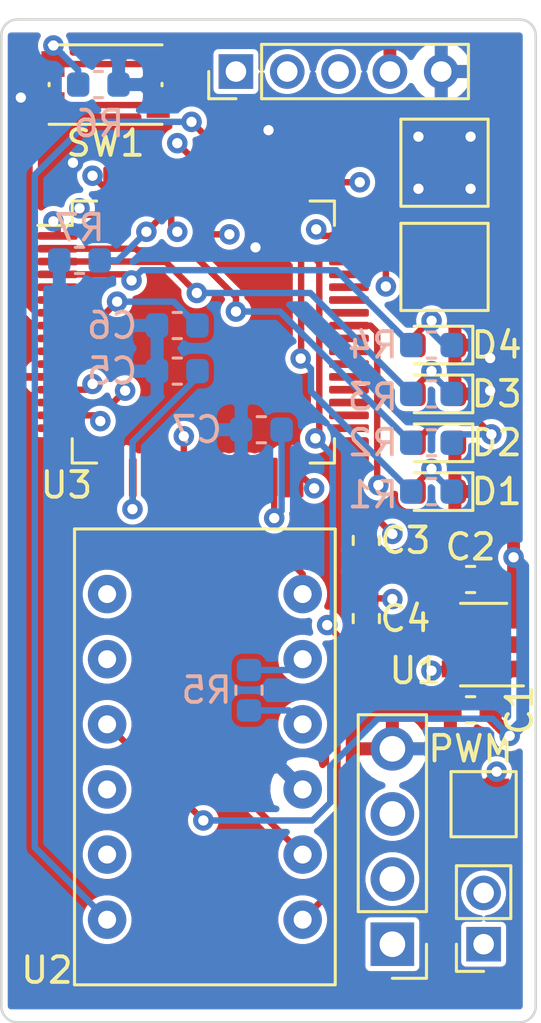
<source format=kicad_pcb>
(kicad_pcb (version 20171130) (host pcbnew "(5.1.6)-1")
  (layers (0 F.Cu signal) (1 In1.Cu power) (2 In2.Cu power) (31 B.Cu signal) (34 B.Paste user) (35 F.Paste user) (36 B.SilkS user) (37 F.SilkS user) (38 B.Mask user) (39 F.Mask user) (44 Edge.Cuts user))
  (net 0 "")
  (net 1 +5V)
  (net 2 GND)
  (net 3 +3V3)
  (net 4 "Net-(D1-Pad2)")
  (net 5 "Net-(D2-Pad2)")
  (net 6 "Net-(D3-Pad2)")
  (net 7 "Net-(D4-Pad2)")
  (net 8 USART1_TX)
  (net 9 USART1_RX)
  (net 10 SWDIO)
  (net 11 SWCLK)
  (net 12 LED_A)
  (net 13 LED_B)
  (net 14 LED_C)
  (net 15 LED_D)
  (net 16 "Net-(R5-Pad2)")
  (net 17 "Net-(R6-Pad2)")
  (net 18 "Net-(R7-Pad2)")
  (net 19 LRESET)
  (net 20 BLANK)
  (net 21 SPI1_CS0)
  (net 22 SPI1_CLK)
  (net 23 RS)
  (net 24 SPI1_MOSI)
  (net 25 "Net-(C2-Pad1)")
  (net 26 "Net-(C6-Pad1)")
  (net 27 "Net-(C7-Pad1)")
  (net 28 OUTZ)
  (net 29 OUTA)
  (net 30 OUTB)
  (net 31 PWM1)
  (module TestPoint:TestPoint_Pad_3.0x3.0mm (layer F.Cu) (at 158.877 107.315)
    (fp_text reference PWM (at -0.508 -2.159) (layer F.SilkS))
    (fp_text value Conn_01x01_Female)
    (fp_line (start -1.27 1.27) (end -1.27 -1.27) (layer F.SilkS) (width 0.12))
    (fp_line (start 1.27 1.27) (end -1.27 1.27) (layer F.SilkS) (width 0.12))
    (fp_line (start 1.27 -1.27) (end 1.27 1.27) (layer F.SilkS) (width 0.12))
    (fp_line (start -1.27 -1.27) (end 1.27 -1.27) (layer F.SilkS) (width 0.12))
    (pad 1 smd rect (at 0 0) (size 2 2) (layers F.Cu F.Mask) (net 31 PWM1))
  )
  (module kyleRhess_packages:HCMS-290x (layer F.Cu) (at 148.015001 105.470001)
    (fp_text reference U2 (at -6.156001 8.321999) (layer F.SilkS))
    (fp_text value HCMS-2903)
    (fp_line (start -5.08 8.89) (end 5.08 8.89) (layer F.SilkS) (width 0.12))
    (fp_line (start 5.08 8.89) (end 5.08 -8.89) (layer F.SilkS) (width 0.12))
    (fp_line (start 5.08 -8.89) (end -5.08 -8.89) (layer F.SilkS) (width 0.12))
    (fp_line (start -5.08 -8.89) (end -5.08 8.89) (layer F.SilkS) (width 0.12))
    (pad 12 thru_hole circle (at 3.81 -6.35) (size 1.5 1.5) (drill 0.7) (layers *.Cu *.Mask) (net 19 LRESET))
    (pad 11 thru_hole circle (at 3.81 -3.81) (size 1.5 1.5) (drill 0.7) (layers *.Cu *.Mask) (net 3 +3V3))
    (pad 10 thru_hole circle (at 3.81 -1.27) (size 1.5 1.5) (drill 0.7) (layers *.Cu *.Mask) (net 16 "Net-(R5-Pad2)"))
    (pad 9 thru_hole circle (at 3.81 1.27) (size 1.5 1.5) (drill 0.7) (layers *.Cu *.Mask) (net 2 GND))
    (pad 8 thru_hole circle (at 3.81 3.81) (size 1.5 1.5) (drill 0.7) (layers *.Cu *.Mask) (net 20 BLANK))
    (pad 7 thru_hole circle (at 3.81 6.35) (size 1.5 1.5) (drill 0.7) (layers *.Cu *.Mask) (net 21 SPI1_CS0))
    (pad 6 thru_hole circle (at -3.81 6.35) (size 1.5 1.5) (drill 0.7) (layers *.Cu *.Mask) (net 22 SPI1_CLK))
    (pad 5 thru_hole circle (at -3.81 3.81) (size 1.5 1.5) (drill 0.7) (layers *.Cu *.Mask) (net 23 RS))
    (pad 4 thru_hole circle (at -3.81 1.27) (size 1.5 1.5) (drill 0.7) (layers *.Cu *.Mask) (net 24 SPI1_MOSI))
    (pad 3 thru_hole circle (at -3.81 -1.27) (size 1.5 1.5) (drill 0.7) (layers *.Cu *.Mask) (net 1 +5V))
    (pad 2 thru_hole circle (at -3.81 -3.81) (size 1.5 1.5) (drill 0.7) (layers *.Cu *.Mask))
    (pad 1 thru_hole circle (at -3.81 -6.35) (size 1.5 1.5) (drill 0.7) (layers *.Cu *.Mask))
  )
  (module kyleRhess_logos:logo_blackmesa (layer B.Cu) (at 146.812 100.203 180)
    (fp_text reference G*** hide)
    (fp_text value LOGO hide)
  )
  (module TestPoint:TestPoint_Pad_3.0x3.0mm (layer F.Cu) (at 157.353 86.36)
    (fp_text reference J6 hide)
    (fp_text value Conn_01x01_Female)
    (fp_line (start -1.7 -1.7) (end 1.7 -1.7) (layer F.SilkS) (width 0.12))
    (fp_line (start 1.7 -1.7) (end 1.7 1.7) (layer F.SilkS) (width 0.12))
    (fp_line (start 1.7 1.7) (end -1.7 1.7) (layer F.SilkS) (width 0.12))
    (fp_line (start -1.7 1.7) (end -1.7 -1.7) (layer F.SilkS) (width 0.12))
    (pad 1 smd rect (at 0 0) (size 3 3) (layers F.Cu F.Mask) (net 1 +5V))
  )
  (module Connector_PinSocket_2.00mm:PinSocket_1x02_P2.00mm_Vertical (layer F.Cu) (at 158.877 112.776 180)
    (fp_text reference J1 hide)
    (fp_text value Conn_01x02_Female)
    (fp_line (start -1.06 1) (end 1.06 1) (layer F.SilkS) (width 0.12))
    (fp_line (start -1.06 1) (end -1.06 3.06) (layer F.SilkS) (width 0.12))
    (fp_line (start -1.06 3.06) (end 1.06 3.06) (layer F.SilkS) (width 0.12))
    (fp_line (start 1.06 1) (end 1.06 3.06) (layer F.SilkS) (width 0.12))
    (fp_line (start 1.06 -1.06) (end 1.06 0) (layer F.SilkS) (width 0.12))
    (fp_line (start 0 -1.06) (end 1.06 -1.06) (layer F.SilkS) (width 0.12))
    (pad 1 thru_hole rect (at 0 0 180) (size 1.35 1.35) (drill 0.8) (layers *.Cu *.Mask) (net 8 USART1_TX))
    (pad 2 thru_hole oval (at 0 2 180) (size 1.35 1.35) (drill 0.8) (layers *.Cu *.Mask) (net 9 USART1_RX))
  )
  (module Connector_PinHeader_2.54mm:PinHeader_1x04_P2.54mm_Vertical (layer F.Cu) (at 155.321 112.776 180)
    (fp_text reference J2 hide)
    (fp_text value Conn_01x04_Male)
    (fp_line (start -1.33 8.95) (end 1.33 8.95) (layer F.SilkS) (width 0.12))
    (fp_line (start -1.33 1.27) (end -1.33 8.95) (layer F.SilkS) (width 0.12))
    (fp_line (start 1.33 1.27) (end 1.33 8.95) (layer F.SilkS) (width 0.12))
    (fp_line (start -1.33 1.27) (end 1.33 1.27) (layer F.SilkS) (width 0.12))
    (fp_line (start -1.33 0) (end -1.33 -1.33) (layer F.SilkS) (width 0.12))
    (fp_line (start -1.33 -1.33) (end 0 -1.33) (layer F.SilkS) (width 0.12))
    (pad 1 thru_hole rect (at 0 0 180) (size 1.7 1.7) (drill 1) (layers *.Cu *.Mask) (net 10 SWDIO))
    (pad 2 thru_hole oval (at 0 2.54 180) (size 1.7 1.7) (drill 1) (layers *.Cu *.Mask) (net 11 SWCLK))
    (pad 3 thru_hole oval (at 0 5.08 180) (size 1.7 1.7) (drill 1) (layers *.Cu *.Mask) (net 3 +3V3))
    (pad 4 thru_hole oval (at 0 7.62 180) (size 1.7 1.7) (drill 1) (layers *.Cu *.Mask) (net 2 GND))
  )
  (module Connector_PinHeader_2.00mm:PinHeader_1x05_P2.00mm_Vertical (layer F.Cu) (at 149.225 78.74 90)
    (fp_text reference J3 hide)
    (fp_text value Conn_01x05_Male)
    (fp_line (start -1.06 9.06) (end 1.06 9.06) (layer F.SilkS) (width 0.12))
    (fp_line (start -1.06 1) (end -1.06 9.06) (layer F.SilkS) (width 0.12))
    (fp_line (start 1.06 1) (end 1.06 9.06) (layer F.SilkS) (width 0.12))
    (fp_line (start -1.06 1) (end 1.06 1) (layer F.SilkS) (width 0.12))
    (fp_line (start -1.06 0) (end -1.06 -1.06) (layer F.SilkS) (width 0.12))
    (fp_line (start -1.06 -1.06) (end 0 -1.06) (layer F.SilkS) (width 0.12))
    (pad 1 thru_hole rect (at 0 0 90) (size 1.35 1.35) (drill 0.8) (layers *.Cu *.Mask) (net 29 OUTA))
    (pad 2 thru_hole oval (at 0 2 90) (size 1.35 1.35) (drill 0.8) (layers *.Cu *.Mask) (net 30 OUTB))
    (pad 3 thru_hole oval (at 0 4 90) (size 1.35 1.35) (drill 0.8) (layers *.Cu *.Mask) (net 28 OUTZ))
    (pad 4 thru_hole oval (at 0 6 90) (size 1.35 1.35) (drill 0.8) (layers *.Cu *.Mask) (net 1 +5V))
    (pad 5 thru_hole oval (at 0 8 90) (size 1.35 1.35) (drill 0.8) (layers *.Cu *.Mask) (net 2 GND))
  )
  (module Capacitor_SMD:C_0603_1608Metric (layer F.Cu) (at 158.369 103.632 180)
    (fp_text reference C1 (at -1.905 0 90) (layer F.SilkS))
    (fp_text value 1uF)
    (fp_line (start -0.162779 -0.51) (end 0.162779 -0.51) (layer F.SilkS) (width 0.12))
    (fp_line (start -0.162779 0.51) (end 0.162779 0.51) (layer F.SilkS) (width 0.12))
    (pad 1 smd roundrect (at -0.7875 0 180) (size 0.875 0.95) (layers F.Cu F.Paste F.Mask) (net 1 +5V))
    (pad 2 smd roundrect (at 0.7875 0 180) (size 0.875 0.95) (layers F.Cu F.Paste F.Mask) (net 2 GND))
  )
  (module Capacitor_SMD:C_0603_1608Metric (layer F.Cu) (at 158.369 98.552)
    (fp_text reference C2 (at 0 -1.27) (layer F.SilkS))
    (fp_text value 10nF)
    (fp_line (start -0.162779 0.51) (end 0.162779 0.51) (layer F.SilkS) (width 0.12))
    (fp_line (start -0.162779 -0.51) (end 0.162779 -0.51) (layer F.SilkS) (width 0.12))
    (pad 2 smd roundrect (at 0.7875 0) (size 0.875 0.95) (layers F.Cu F.Paste F.Mask) (net 2 GND))
    (pad 1 smd roundrect (at -0.7875 0) (size 0.875 0.95) (layers F.Cu F.Paste F.Mask) (net 25 "Net-(C2-Pad1)"))
  )
  (module Capacitor_SMD:C_0603_1608Metric (layer F.Cu) (at 154.305 97.028 270)
    (fp_text reference C3 (at 0 -1.524 180) (layer F.SilkS))
    (fp_text value 2.2uF)
    (fp_line (start -0.162779 0.51) (end 0.162779 0.51) (layer F.SilkS) (width 0.12))
    (fp_line (start -0.162779 -0.51) (end 0.162779 -0.51) (layer F.SilkS) (width 0.12))
    (pad 2 smd roundrect (at 0.7875 0 270) (size 0.875 0.95) (layers F.Cu F.Paste F.Mask) (net 2 GND))
    (pad 1 smd roundrect (at -0.7875 0 270) (size 0.875 0.95) (layers F.Cu F.Paste F.Mask) (net 3 +3V3))
  )
  (module Capacitor_SMD:C_0603_1608Metric (layer F.Cu) (at 154.305 100.076 270)
    (fp_text reference C4 (at 0 -1.524 180) (layer F.SilkS))
    (fp_text value 0.1uF)
    (fp_line (start -0.162779 0.51) (end 0.162779 0.51) (layer F.SilkS) (width 0.12))
    (fp_line (start -0.162779 -0.51) (end 0.162779 -0.51) (layer F.SilkS) (width 0.12))
    (pad 2 smd roundrect (at 0.7875 0 270) (size 0.875 0.95) (layers F.Cu F.Paste F.Mask) (net 2 GND))
    (pad 1 smd roundrect (at -0.7875 0 270) (size 0.875 0.95) (layers F.Cu F.Paste F.Mask) (net 3 +3V3))
  )
  (module Capacitor_SMD:C_0603_1608Metric (layer B.Cu) (at 146.939 90.424 180)
    (fp_text reference C5 (at 2.54 0 180) (layer B.SilkS) (effects (justify mirror)))
    (fp_text value 10nF)
    (fp_line (start -0.162779 -0.51) (end 0.162779 -0.51) (layer B.SilkS) (width 0.12))
    (fp_line (start -0.162779 0.51) (end 0.162779 0.51) (layer B.SilkS) (width 0.12))
    (pad 2 smd roundrect (at 0.7875 0 180) (size 0.875 0.95) (layers B.Cu B.Paste B.Mask) (net 2 GND))
    (pad 1 smd roundrect (at -0.7875 0 180) (size 0.875 0.95) (layers B.Cu B.Paste B.Mask) (net 3 +3V3))
  )
  (module Capacitor_SMD:C_0603_1608Metric (layer B.Cu) (at 146.939 88.646 180)
    (fp_text reference C6 (at 2.54 0) (layer B.SilkS) (effects (justify mirror)))
    (fp_text value 0.1uF)
    (fp_line (start -0.162779 0.51) (end 0.162779 0.51) (layer B.SilkS) (width 0.12))
    (fp_line (start -0.162779 -0.51) (end 0.162779 -0.51) (layer B.SilkS) (width 0.12))
    (pad 1 smd roundrect (at -0.7875 0 180) (size 0.875 0.95) (layers B.Cu B.Paste B.Mask) (net 26 "Net-(C6-Pad1)"))
    (pad 2 smd roundrect (at 0.7875 0 180) (size 0.875 0.95) (layers B.Cu B.Paste B.Mask) (net 2 GND))
  )
  (module Capacitor_SMD:C_0603_1608Metric (layer B.Cu) (at 150.2155 92.71 180)
    (fp_text reference C7 (at 2.5145 0) (layer B.SilkS) (effects (justify mirror)))
    (fp_text value 2.2uF)
    (fp_line (start -0.162779 0.51) (end 0.162779 0.51) (layer B.SilkS) (width 0.12))
    (fp_line (start -0.162779 -0.51) (end 0.162779 -0.51) (layer B.SilkS) (width 0.12))
    (pad 1 smd roundrect (at -0.7875 0 180) (size 0.875 0.95) (layers B.Cu B.Paste B.Mask) (net 27 "Net-(C7-Pad1)"))
    (pad 2 smd roundrect (at 0.7875 0 180) (size 0.875 0.95) (layers B.Cu B.Paste B.Mask) (net 2 GND))
  )
  (module LED_SMD:LED_0603_1608Metric (layer F.Cu) (at 156.972 95.123 180)
    (fp_text reference D1 (at -2.413 0) (layer F.SilkS))
    (fp_text value LED)
    (fp_line (start 0.8 -0.735) (end -1.485 -0.735) (layer F.SilkS) (width 0.12))
    (fp_line (start -1.485 -0.735) (end -1.485 0.735) (layer F.SilkS) (width 0.12))
    (fp_line (start -1.485 0.735) (end 0.8 0.735) (layer F.SilkS) (width 0.12))
    (pad 1 smd roundrect (at -0.7875 0 180) (size 0.875 0.95) (layers F.Cu F.Paste F.Mask) (net 2 GND))
    (pad 2 smd roundrect (at 0.7875 0 180) (size 0.875 0.95) (layers F.Cu F.Paste F.Mask) (net 4 "Net-(D1-Pad2)"))
  )
  (module LED_SMD:LED_0603_1608Metric (layer F.Cu) (at 156.972 93.218 180)
    (fp_text reference D2 (at -2.413 0) (layer F.SilkS))
    (fp_text value LED)
    (fp_line (start -1.485 0.735) (end 0.8 0.735) (layer F.SilkS) (width 0.12))
    (fp_line (start -1.485 -0.735) (end -1.485 0.735) (layer F.SilkS) (width 0.12))
    (fp_line (start 0.8 -0.735) (end -1.485 -0.735) (layer F.SilkS) (width 0.12))
    (pad 2 smd roundrect (at 0.7875 0 180) (size 0.875 0.95) (layers F.Cu F.Paste F.Mask) (net 5 "Net-(D2-Pad2)"))
    (pad 1 smd roundrect (at -0.7875 0 180) (size 0.875 0.95) (layers F.Cu F.Paste F.Mask) (net 2 GND))
  )
  (module LED_SMD:LED_0603_1608Metric (layer F.Cu) (at 156.972 91.313 180)
    (fp_text reference D3 (at -2.413 0) (layer F.SilkS))
    (fp_text value LED)
    (fp_line (start 0.8 -0.735) (end -1.485 -0.735) (layer F.SilkS) (width 0.12))
    (fp_line (start -1.485 -0.735) (end -1.485 0.735) (layer F.SilkS) (width 0.12))
    (fp_line (start -1.485 0.735) (end 0.8 0.735) (layer F.SilkS) (width 0.12))
    (pad 1 smd roundrect (at -0.7875 0 180) (size 0.875 0.95) (layers F.Cu F.Paste F.Mask) (net 2 GND))
    (pad 2 smd roundrect (at 0.7875 0 180) (size 0.875 0.95) (layers F.Cu F.Paste F.Mask) (net 6 "Net-(D3-Pad2)"))
  )
  (module LED_SMD:LED_0603_1608Metric (layer F.Cu) (at 156.972 89.408 180)
    (fp_text reference D4 (at -2.413 0) (layer F.SilkS))
    (fp_text value LED)
    (fp_line (start -1.485 0.735) (end 0.8 0.735) (layer F.SilkS) (width 0.12))
    (fp_line (start -1.485 -0.735) (end -1.485 0.735) (layer F.SilkS) (width 0.12))
    (fp_line (start 0.8 -0.735) (end -1.485 -0.735) (layer F.SilkS) (width 0.12))
    (pad 2 smd roundrect (at 0.7875 0 180) (size 0.875 0.95) (layers F.Cu F.Paste F.Mask) (net 7 "Net-(D4-Pad2)"))
    (pad 1 smd roundrect (at -0.7875 0 180) (size 0.875 0.95) (layers F.Cu F.Paste F.Mask) (net 2 GND))
  )
  (module TestPoint:TestPoint_Pad_3.0x3.0mm (layer F.Cu) (at 157.353 82.296)
    (fp_text reference J5 hide)
    (fp_text value Conn_01x01_Female)
    (fp_line (start -1.7 -1.7) (end 1.7 -1.7) (layer F.SilkS) (width 0.12))
    (fp_line (start 1.7 -1.7) (end 1.7 1.7) (layer F.SilkS) (width 0.12))
    (fp_line (start 1.7 1.7) (end -1.7 1.7) (layer F.SilkS) (width 0.12))
    (fp_line (start -1.7 1.7) (end -1.7 -1.7) (layer F.SilkS) (width 0.12))
    (pad 1 smd rect (at 0 0) (size 3 3) (layers F.Cu F.Mask) (net 2 GND))
  )
  (module Resistor_SMD:R_0603_1608Metric (layer B.Cu) (at 156.845 95.123)
    (fp_text reference R1 (at -2.286 0.127) (layer B.SilkS) (effects (justify mirror)))
    (fp_text value 470)
    (fp_line (start -0.162779 0.51) (end 0.162779 0.51) (layer B.SilkS) (width 0.12))
    (fp_line (start -0.162779 -0.51) (end 0.162779 -0.51) (layer B.SilkS) (width 0.12))
    (pad 1 smd roundrect (at -0.7875 0) (size 0.875 0.95) (layers B.Cu B.Paste B.Mask) (net 12 LED_A))
    (pad 2 smd roundrect (at 0.7875 0) (size 0.875 0.95) (layers B.Cu B.Paste B.Mask) (net 4 "Net-(D1-Pad2)"))
  )
  (module Resistor_SMD:R_0603_1608Metric (layer B.Cu) (at 156.845 93.218)
    (fp_text reference R2 (at -2.286 0) (layer B.SilkS) (effects (justify mirror)))
    (fp_text value 470)
    (fp_line (start -0.162779 -0.51) (end 0.162779 -0.51) (layer B.SilkS) (width 0.12))
    (fp_line (start -0.162779 0.51) (end 0.162779 0.51) (layer B.SilkS) (width 0.12))
    (pad 2 smd roundrect (at 0.7875 0) (size 0.875 0.95) (layers B.Cu B.Paste B.Mask) (net 5 "Net-(D2-Pad2)"))
    (pad 1 smd roundrect (at -0.7875 0) (size 0.875 0.95) (layers B.Cu B.Paste B.Mask) (net 13 LED_B))
  )
  (module Resistor_SMD:R_0603_1608Metric (layer B.Cu) (at 156.845 91.313)
    (fp_text reference R3 (at -2.286 0.127) (layer B.SilkS) (effects (justify mirror)))
    (fp_text value 470)
    (fp_line (start -0.162779 0.51) (end 0.162779 0.51) (layer B.SilkS) (width 0.12))
    (fp_line (start -0.162779 -0.51) (end 0.162779 -0.51) (layer B.SilkS) (width 0.12))
    (pad 1 smd roundrect (at -0.7875 0) (size 0.875 0.95) (layers B.Cu B.Paste B.Mask) (net 14 LED_C))
    (pad 2 smd roundrect (at 0.7875 0) (size 0.875 0.95) (layers B.Cu B.Paste B.Mask) (net 6 "Net-(D3-Pad2)"))
  )
  (module Resistor_SMD:R_0603_1608Metric (layer B.Cu) (at 156.845 89.408)
    (fp_text reference R4 (at -2.286 0) (layer B.SilkS) (effects (justify mirror)))
    (fp_text value 470)
    (fp_line (start -0.162779 -0.51) (end 0.162779 -0.51) (layer B.SilkS) (width 0.12))
    (fp_line (start -0.162779 0.51) (end 0.162779 0.51) (layer B.SilkS) (width 0.12))
    (pad 2 smd roundrect (at 0.7875 0) (size 0.875 0.95) (layers B.Cu B.Paste B.Mask) (net 7 "Net-(D4-Pad2)"))
    (pad 1 smd roundrect (at -0.7875 0) (size 0.875 0.95) (layers B.Cu B.Paste B.Mask) (net 15 LED_D))
  )
  (module Resistor_SMD:R_0603_1608Metric (layer B.Cu) (at 149.733 102.87 270)
    (fp_text reference R5 (at 0 1.651) (layer B.SilkS) (effects (justify mirror)))
    (fp_text value 10k)
    (fp_line (start -0.162779 0.51) (end 0.162779 0.51) (layer B.SilkS) (width 0.12))
    (fp_line (start -0.162779 -0.51) (end 0.162779 -0.51) (layer B.SilkS) (width 0.12))
    (pad 1 smd roundrect (at -0.7875 0 270) (size 0.875 0.95) (layers B.Cu B.Paste B.Mask) (net 3 +3V3))
    (pad 2 smd roundrect (at 0.7875 0 270) (size 0.875 0.95) (layers B.Cu B.Paste B.Mask) (net 16 "Net-(R5-Pad2)"))
  )
  (module Resistor_SMD:R_0603_1608Metric (layer B.Cu) (at 143.8655 79.248 180)
    (fp_text reference R6 (at -0.0255 -1.524) (layer B.SilkS) (effects (justify mirror)))
    (fp_text value 470)
    (fp_line (start -0.162779 -0.51) (end 0.162779 -0.51) (layer B.SilkS) (width 0.12))
    (fp_line (start -0.162779 0.51) (end 0.162779 0.51) (layer B.SilkS) (width 0.12))
    (pad 2 smd roundrect (at 0.7875 0 180) (size 0.875 0.95) (layers B.Cu B.Paste B.Mask) (net 17 "Net-(R6-Pad2)"))
    (pad 1 smd roundrect (at -0.7875 0 180) (size 0.875 0.95) (layers B.Cu B.Paste B.Mask) (net 2 GND))
  )
  (module Resistor_SMD:R_0603_1608Metric (layer B.Cu) (at 143.129 86.106)
    (fp_text reference R7 (at 0 -1.27 180) (layer B.SilkS) (effects (justify mirror)))
    (fp_text value 10k)
    (fp_line (start -0.162779 0.51) (end 0.162779 0.51) (layer B.SilkS) (width 0.12))
    (fp_line (start -0.162779 -0.51) (end 0.162779 -0.51) (layer B.SilkS) (width 0.12))
    (pad 1 smd roundrect (at -0.7875 0) (size 0.875 0.95) (layers B.Cu B.Paste B.Mask) (net 2 GND))
    (pad 2 smd roundrect (at 0.7875 0) (size 0.875 0.95) (layers B.Cu B.Paste B.Mask) (net 18 "Net-(R7-Pad2)"))
  )
  (module Button_Switch_SMD:SW_Push_1P1T_NO_CK_KMR2 (layer F.Cu) (at 144.145 79.248)
    (fp_text reference SW1 (at 0 2.286 180) (layer F.SilkS))
    (fp_text value SW_Push)
    (fp_line (start 2.2 0.05) (end 2.2 -0.05) (layer F.SilkS) (width 0.12))
    (fp_line (start -2.2 1.55) (end 2.2 1.55) (layer F.SilkS) (width 0.12))
    (fp_line (start 2.2 -1.55) (end -2.2 -1.55) (layer F.SilkS) (width 0.12))
    (fp_line (start -2.2 0.05) (end -2.2 -0.05) (layer F.SilkS) (width 0.12))
    (pad 1 smd rect (at -2.05 -0.8) (size 0.9 1) (layers F.Cu F.Paste F.Mask) (net 17 "Net-(R6-Pad2)"))
    (pad 2 smd rect (at -2.05 0.8) (size 0.9 1) (layers F.Cu F.Paste F.Mask) (net 26 "Net-(C6-Pad1)"))
    (pad 1 smd rect (at 2.05 -0.8) (size 0.9 1) (layers F.Cu F.Paste F.Mask) (net 17 "Net-(R6-Pad2)"))
    (pad 2 smd rect (at 2.05 0.8) (size 0.9 1) (layers F.Cu F.Paste F.Mask) (net 26 "Net-(C6-Pad1)"))
  )
  (module Package_TO_SOT_SMD:SOT-23-5 (layer F.Cu) (at 158.877 101.092 180)
    (fp_text reference U1 (at 2.667 -1.016) (layer F.SilkS))
    (fp_text value LP2985-3.3)
    (fp_line (start -0.9 1.61) (end 0.9 1.61) (layer F.SilkS) (width 0.12))
    (fp_line (start 0.9 -1.61) (end -1.55 -1.61) (layer F.SilkS) (width 0.12))
    (pad 1 smd rect (at -1.1 -0.95 180) (size 1.06 0.65) (layers F.Cu F.Paste F.Mask) (net 1 +5V))
    (pad 2 smd rect (at -1.1 0 180) (size 1.06 0.65) (layers F.Cu F.Paste F.Mask) (net 2 GND))
    (pad 3 smd rect (at -1.1 0.95 180) (size 1.06 0.65) (layers F.Cu F.Paste F.Mask) (net 1 +5V))
    (pad 4 smd rect (at 1.1 0.95 180) (size 1.06 0.65) (layers F.Cu F.Paste F.Mask) (net 25 "Net-(C2-Pad1)"))
    (pad 5 smd rect (at 1.1 -0.95 180) (size 1.06 0.65) (layers F.Cu F.Paste F.Mask) (net 3 +3V3))
  )
  (module Package_QFP:LQFP-64_10x10mm_P0.5mm (layer F.Cu) (at 147.955 88.9)
    (fp_text reference U3 (at -5.334 5.969) (layer F.SilkS))
    (fp_text value STM32F410RBTx)
    (fp_line (start 4.16 5.11) (end 5.11 5.11) (layer F.SilkS) (width 0.12))
    (fp_line (start 5.11 5.11) (end 5.11 4.16) (layer F.SilkS) (width 0.12))
    (fp_line (start -4.16 5.11) (end -5.11 5.11) (layer F.SilkS) (width 0.12))
    (fp_line (start -5.11 5.11) (end -5.11 4.16) (layer F.SilkS) (width 0.12))
    (fp_line (start 4.16 -5.11) (end 5.11 -5.11) (layer F.SilkS) (width 0.12))
    (fp_line (start 5.11 -5.11) (end 5.11 -4.16) (layer F.SilkS) (width 0.12))
    (fp_line (start -4.16 -5.11) (end -5.11 -5.11) (layer F.SilkS) (width 0.12))
    (fp_line (start -5.11 -5.11) (end -5.11 -4.16) (layer F.SilkS) (width 0.12))
    (fp_line (start -5.11 -4.16) (end -6.45 -4.16) (layer F.SilkS) (width 0.12))
    (pad 1 smd roundrect (at -5.675 -3.75) (size 1.55 0.3) (layers F.Cu F.Paste F.Mask) (net 3 +3V3))
    (pad 2 smd roundrect (at -5.675 -3.25) (size 1.55 0.3) (layers F.Cu F.Paste F.Mask) (net 13 LED_B))
    (pad 3 smd roundrect (at -5.675 -2.75) (size 1.55 0.3) (layers F.Cu F.Paste F.Mask) (net 14 LED_C))
    (pad 4 smd roundrect (at -5.675 -2.25) (size 1.55 0.3) (layers F.Cu F.Paste F.Mask) (net 15 LED_D))
    (pad 5 smd roundrect (at -5.675 -1.75) (size 1.55 0.3) (layers F.Cu F.Paste F.Mask))
    (pad 6 smd roundrect (at -5.675 -1.25) (size 1.55 0.3) (layers F.Cu F.Paste F.Mask))
    (pad 7 smd roundrect (at -5.675 -0.75) (size 1.55 0.3) (layers F.Cu F.Paste F.Mask) (net 26 "Net-(C6-Pad1)"))
    (pad 8 smd roundrect (at -5.675 -0.25) (size 1.55 0.3) (layers F.Cu F.Paste F.Mask))
    (pad 9 smd roundrect (at -5.675 0.25) (size 1.55 0.3) (layers F.Cu F.Paste F.Mask))
    (pad 10 smd roundrect (at -5.675 0.75) (size 1.55 0.3) (layers F.Cu F.Paste F.Mask))
    (pad 11 smd roundrect (at -5.675 1.25) (size 1.55 0.3) (layers F.Cu F.Paste F.Mask))
    (pad 12 smd roundrect (at -5.675 1.75) (size 1.55 0.3) (layers F.Cu F.Paste F.Mask) (net 2 GND))
    (pad 13 smd roundrect (at -5.675 2.25) (size 1.55 0.3) (layers F.Cu F.Paste F.Mask) (net 3 +3V3))
    (pad 14 smd roundrect (at -5.675 2.75) (size 1.55 0.3) (layers F.Cu F.Paste F.Mask) (net 29 OUTA))
    (pad 15 smd roundrect (at -5.675 3.25) (size 1.55 0.3) (layers F.Cu F.Paste F.Mask) (net 30 OUTB))
    (pad 16 smd roundrect (at -5.675 3.75) (size 1.55 0.3) (layers F.Cu F.Paste F.Mask))
    (pad 17 smd roundrect (at -3.75 5.675) (size 0.3 1.55) (layers F.Cu F.Paste F.Mask))
    (pad 18 smd roundrect (at -3.25 5.675) (size 0.3 1.55) (layers F.Cu F.Paste F.Mask) (net 2 GND))
    (pad 19 smd roundrect (at -2.75 5.675) (size 0.3 1.55) (layers F.Cu F.Paste F.Mask) (net 3 +3V3))
    (pad 20 smd roundrect (at -2.25 5.675) (size 0.3 1.55) (layers F.Cu F.Paste F.Mask))
    (pad 21 smd roundrect (at -1.75 5.675) (size 0.3 1.55) (layers F.Cu F.Paste F.Mask))
    (pad 22 smd roundrect (at -1.25 5.675) (size 0.3 1.55) (layers F.Cu F.Paste F.Mask))
    (pad 23 smd roundrect (at -0.75 5.675) (size 0.3 1.55) (layers F.Cu F.Paste F.Mask) (net 28 OUTZ))
    (pad 24 smd roundrect (at -0.25 5.675) (size 0.3 1.55) (layers F.Cu F.Paste F.Mask))
    (pad 25 smd roundrect (at 0.25 5.675) (size 0.3 1.55) (layers F.Cu F.Paste F.Mask))
    (pad 26 smd roundrect (at 0.75 5.675) (size 0.3 1.55) (layers F.Cu F.Paste F.Mask) (net 20 BLANK))
    (pad 27 smd roundrect (at 1.25 5.675) (size 0.3 1.55) (layers F.Cu F.Paste F.Mask) (net 19 LRESET))
    (pad 28 smd roundrect (at 1.75 5.675) (size 0.3 1.55) (layers F.Cu F.Paste F.Mask))
    (pad 29 smd roundrect (at 2.25 5.675) (size 0.3 1.55) (layers F.Cu F.Paste F.Mask))
    (pad 30 smd roundrect (at 2.75 5.675) (size 0.3 1.55) (layers F.Cu F.Paste F.Mask) (net 27 "Net-(C7-Pad1)"))
    (pad 31 smd roundrect (at 3.25 5.675) (size 0.3 1.55) (layers F.Cu F.Paste F.Mask) (net 2 GND))
    (pad 32 smd roundrect (at 3.75 5.675) (size 0.3 1.55) (layers F.Cu F.Paste F.Mask) (net 3 +3V3))
    (pad 33 smd roundrect (at 5.675 3.75) (size 1.55 0.3) (layers F.Cu F.Paste F.Mask))
    (pad 34 smd roundrect (at 5.675 3.25) (size 1.55 0.3) (layers F.Cu F.Paste F.Mask))
    (pad 35 smd roundrect (at 5.675 2.75) (size 1.55 0.3) (layers F.Cu F.Paste F.Mask))
    (pad 36 smd roundrect (at 5.675 2.25) (size 1.55 0.3) (layers F.Cu F.Paste F.Mask))
    (pad 37 smd roundrect (at 5.675 1.75) (size 1.55 0.3) (layers F.Cu F.Paste F.Mask))
    (pad 38 smd roundrect (at 5.675 1.25) (size 1.55 0.3) (layers F.Cu F.Paste F.Mask))
    (pad 39 smd roundrect (at 5.675 0.75) (size 1.55 0.3) (layers F.Cu F.Paste F.Mask))
    (pad 40 smd roundrect (at 5.675 0.25) (size 1.55 0.3) (layers F.Cu F.Paste F.Mask))
    (pad 41 smd roundrect (at 5.675 -0.25) (size 1.55 0.3) (layers F.Cu F.Paste F.Mask) (net 31 PWM1))
    (pad 42 smd roundrect (at 5.675 -0.75) (size 1.55 0.3) (layers F.Cu F.Paste F.Mask))
    (pad 43 smd roundrect (at 5.675 -1.25) (size 1.55 0.3) (layers F.Cu F.Paste F.Mask))
    (pad 44 smd roundrect (at 5.675 -1.75) (size 1.55 0.3) (layers F.Cu F.Paste F.Mask))
    (pad 45 smd roundrect (at 5.675 -2.25) (size 1.55 0.3) (layers F.Cu F.Paste F.Mask))
    (pad 46 smd roundrect (at 5.675 -2.75) (size 1.55 0.3) (layers F.Cu F.Paste F.Mask) (net 10 SWDIO))
    (pad 47 smd roundrect (at 5.675 -3.25) (size 1.55 0.3) (layers F.Cu F.Paste F.Mask) (net 2 GND))
    (pad 48 smd roundrect (at 5.675 -3.75) (size 1.55 0.3) (layers F.Cu F.Paste F.Mask) (net 3 +3V3))
    (pad 49 smd roundrect (at 3.75 -5.675) (size 0.3 1.55) (layers F.Cu F.Paste F.Mask) (net 11 SWCLK))
    (pad 50 smd roundrect (at 3.25 -5.675) (size 0.3 1.55) (layers F.Cu F.Paste F.Mask) (net 21 SPI1_CS0))
    (pad 51 smd roundrect (at 2.75 -5.675) (size 0.3 1.55) (layers F.Cu F.Paste F.Mask))
    (pad 52 smd roundrect (at 2.25 -5.675) (size 0.3 1.55) (layers F.Cu F.Paste F.Mask))
    (pad 53 smd roundrect (at 1.75 -5.675) (size 0.3 1.55) (layers F.Cu F.Paste F.Mask) (net 12 LED_A))
    (pad 54 smd roundrect (at 1.25 -5.675) (size 0.3 1.55) (layers F.Cu F.Paste F.Mask))
    (pad 55 smd roundrect (at 0.75 -5.675) (size 0.3 1.55) (layers F.Cu F.Paste F.Mask) (net 22 SPI1_CLK))
    (pad 56 smd roundrect (at 0.25 -5.675) (size 0.3 1.55) (layers F.Cu F.Paste F.Mask))
    (pad 57 smd roundrect (at -0.25 -5.675) (size 0.3 1.55) (layers F.Cu F.Paste F.Mask) (net 24 SPI1_MOSI))
    (pad 58 smd roundrect (at -0.75 -5.675) (size 0.3 1.55) (layers F.Cu F.Paste F.Mask) (net 8 USART1_TX))
    (pad 59 smd roundrect (at -1.25 -5.675) (size 0.3 1.55) (layers F.Cu F.Paste F.Mask) (net 9 USART1_RX))
    (pad 60 smd roundrect (at -1.75 -5.675) (size 0.3 1.55) (layers F.Cu F.Paste F.Mask) (net 18 "Net-(R7-Pad2)"))
    (pad 61 smd roundrect (at -2.25 -5.675) (size 0.3 1.55) (layers F.Cu F.Paste F.Mask) (net 23 RS))
    (pad 62 smd roundrect (at -2.75 -5.675) (size 0.3 1.55) (layers F.Cu F.Paste F.Mask))
    (pad 63 smd roundrect (at -3.25 -5.675) (size 0.3 1.55) (layers F.Cu F.Paste F.Mask) (net 2 GND))
    (pad 64 smd roundrect (at -3.75 -5.675) (size 0.3 1.55) (layers F.Cu F.Paste F.Mask) (net 3 +3V3))
  )
  (gr_arc (start 160.274 115.189) (end 160.274 115.824) (angle -90) (layer Edge.Cuts) (width 0.1))
  (gr_arc (start 140.716 115.189) (end 140.081 115.189) (angle -90) (layer Edge.Cuts) (width 0.1))
  (gr_arc (start 160.274 77.343) (end 160.909 77.343) (angle -90) (layer Edge.Cuts) (width 0.1))
  (gr_arc (start 140.716 77.343) (end 140.716 76.708) (angle -90) (layer Edge.Cuts) (width 0.1))
  (gr_line (start 160.909 77.343) (end 160.909 115.189) (layer Edge.Cuts) (width 0.1))
  (gr_line (start 140.716 76.708) (end 160.274 76.708) (layer Edge.Cuts) (width 0.1))
  (gr_line (start 140.081 115.189) (end 140.081 77.343) (layer Edge.Cuts) (width 0.1))
  (gr_line (start 160.274 115.824) (end 140.716 115.824) (layer Edge.Cuts) (width 0.1))
  (segment (start 160.04401 100.07499) (end 159.977 100.142) (width 0.5) (layer F.Cu) (net 1))
  (segment (start 157.353 86.36) (end 160.04401 89.05101) (width 0.5) (layer F.Cu) (net 1))
  (via (at 159.893 104.648) (size 0.8) (drill 0.4) (layers F.Cu B.Cu) (net 1))
  (segment (start 159.1565 103.632) (end 159.1565 103.9115) (width 0.5) (layer F.Cu) (net 1))
  (segment (start 159.1565 103.9115) (end 159.893 104.648) (width 0.5) (layer F.Cu) (net 1))
  (segment (start 159.893 104.648) (end 160.401 104.14) (width 0.5) (layer B.Cu) (net 1))
  (segment (start 160.401 98.044) (end 160.04401 97.68701) (width 0.5) (layer B.Cu) (net 1))
  (via (at 160.04401 97.68701) (size 0.8) (drill 0.4) (layers F.Cu B.Cu) (net 1))
  (segment (start 160.401 104.14) (end 160.401 98.044) (width 0.5) (layer B.Cu) (net 1))
  (segment (start 160.04401 89.05101) (end 160.04401 97.68701) (width 0.5) (layer F.Cu) (net 1))
  (segment (start 160.04401 97.68701) (end 160.04401 100.07499) (width 0.5) (layer F.Cu) (net 1))
  (segment (start 159.1565 102.8625) (end 159.977 102.042) (width 0.5) (layer F.Cu) (net 1))
  (segment (start 159.1565 103.632) (end 159.1565 102.8625) (width 0.5) (layer F.Cu) (net 1))
  (segment (start 157.353 86.36) (end 157.099 86.36) (width 0.25) (layer F.Cu) (net 1))
  (segment (start 160.04401 78.38301) (end 160.04401 89.05101) (width 0.5) (layer F.Cu) (net 1))
  (segment (start 159.131 77.47) (end 160.04401 78.38301) (width 0.5) (layer F.Cu) (net 1))
  (segment (start 155.575 77.47) (end 159.131 77.47) (width 0.5) (layer F.Cu) (net 1))
  (segment (start 155.225 78.74) (end 155.225 77.82) (width 0.5) (layer F.Cu) (net 1))
  (segment (start 155.225 77.82) (end 155.575 77.47) (width 0.5) (layer F.Cu) (net 1))
  (via (at 147.955006 107.95) (size 0.8) (drill 0.4) (layers F.Cu B.Cu) (net 1))
  (segment (start 159.893 104.648) (end 159.225999 103.980999) (width 0.25) (layer B.Cu) (net 1))
  (segment (start 159.225999 103.980999) (end 154.756999 103.980999) (width 0.25) (layer B.Cu) (net 1))
  (segment (start 152.900002 107.256002) (end 152.206004 107.95) (width 0.25) (layer B.Cu) (net 1))
  (segment (start 144.205001 104.200001) (end 147.955 107.95) (width 0.25) (layer F.Cu) (net 1))
  (segment (start 147.955 107.95) (end 147.955006 107.95) (width 0.25) (layer F.Cu) (net 1))
  (segment (start 152.206004 107.95) (end 147.955006 107.95) (width 0.25) (layer B.Cu) (net 1))
  (segment (start 154.756999 103.980999) (end 152.900002 105.837996) (width 0.25) (layer B.Cu) (net 1))
  (segment (start 152.900002 105.837996) (end 152.900002 107.256002) (width 0.25) (layer B.Cu) (net 1))
  (via (at 158.369 83.312) (size 0.8) (drill 0.4) (layers F.Cu B.Cu) (net 2))
  (via (at 156.337 83.312) (size 0.8) (drill 0.4) (layers F.Cu B.Cu) (net 2))
  (via (at 156.337 81.28) (size 0.8) (drill 0.4) (layers F.Cu B.Cu) (net 2))
  (via (at 158.369 81.28) (size 0.8) (drill 0.4) (layers F.Cu B.Cu) (net 2))
  (via (at 159.131 89.916) (size 0.8) (drill 0.4) (layers F.Cu B.Cu) (net 2))
  (via (at 159.131 91.186) (size 0.8) (drill 0.4) (layers F.Cu B.Cu) (net 2))
  (via (at 150.495 81.026) (size 0.8) (drill 0.4) (layers F.Cu B.Cu) (net 2))
  (via (at 140.843 79.756) (size 0.8) (drill 0.4) (layers F.Cu B.Cu) (net 2))
  (via (at 149.987 85.598) (size 0.8) (drill 0.4) (layers F.Cu B.Cu) (net 2))
  (via (at 142.875 82.296) (size 0.8) (drill 0.4) (layers F.Cu B.Cu) (net 2))
  (via (at 155.321 96.774) (size 0.8) (drill 0.4) (layers F.Cu B.Cu) (net 3))
  (segment (start 154.305 96.2405) (end 154.7875 96.2405) (width 0.25) (layer F.Cu) (net 3))
  (segment (start 154.7875 96.2405) (end 155.321 96.774) (width 0.25) (layer F.Cu) (net 3))
  (via (at 155.321 99.314) (size 0.8) (drill 0.4) (layers F.Cu B.Cu) (net 3))
  (segment (start 154.305 99.2885) (end 155.2955 99.2885) (width 0.25) (layer F.Cu) (net 3))
  (segment (start 155.2955 99.2885) (end 155.321 99.314) (width 0.25) (layer F.Cu) (net 3))
  (via (at 156.845 102.108) (size 0.8) (drill 0.4) (layers F.Cu B.Cu) (net 3))
  (segment (start 157.777 102.042) (end 156.911 102.042) (width 0.25) (layer F.Cu) (net 3))
  (segment (start 156.911 102.042) (end 156.845 102.108) (width 0.25) (layer F.Cu) (net 3))
  (via (at 143.637 82.804) (size 0.8) (drill 0.4) (layers F.Cu B.Cu) (net 3))
  (segment (start 144.205 83.225) (end 144.058 83.225) (width 0.25) (layer F.Cu) (net 3))
  (segment (start 144.058 83.225) (end 143.637 82.804) (width 0.25) (layer F.Cu) (net 3))
  (via (at 142.113 84.582) (size 0.8) (drill 0.4) (layers F.Cu B.Cu) (net 3))
  (segment (start 142.28 85.15) (end 142.28 84.749) (width 0.25) (layer F.Cu) (net 3))
  (segment (start 142.28 84.749) (end 142.113 84.582) (width 0.25) (layer F.Cu) (net 3))
  (via (at 152.273 94.996) (size 0.8) (drill 0.4) (layers F.Cu B.Cu) (net 3))
  (segment (start 151.705 94.575) (end 151.852 94.575) (width 0.25) (layer F.Cu) (net 3))
  (segment (start 151.852 94.575) (end 152.273 94.996) (width 0.25) (layer F.Cu) (net 3))
  (via (at 143.637 90.925) (size 0.8) (drill 0.4) (layers F.Cu B.Cu) (net 3))
  (segment (start 142.28 91.15) (end 143.412 91.15) (width 0.25) (layer F.Cu) (net 3))
  (segment (start 143.412 91.15) (end 143.637 90.925) (width 0.25) (layer F.Cu) (net 3))
  (via (at 145.193988 95.808103) (size 0.8) (drill 0.4) (layers F.Cu B.Cu) (net 3))
  (segment (start 145.205 94.575) (end 145.205 95.797091) (width 0.25) (layer F.Cu) (net 3))
  (segment (start 145.205 95.797091) (end 145.193988 95.808103) (width 0.25) (layer F.Cu) (net 3))
  (segment (start 147.7265 90.424) (end 147.7265 90.6525) (width 0.25) (layer B.Cu) (net 3))
  (segment (start 145.193988 93.185012) (end 145.193988 95.808103) (width 0.25) (layer B.Cu) (net 3))
  (segment (start 147.7265 90.6525) (end 145.193988 93.185012) (width 0.25) (layer B.Cu) (net 3))
  (via (at 152.35472 84.895265) (size 0.8) (drill 0.4) (layers F.Cu B.Cu) (net 3))
  (segment (start 153.63 85.15) (end 152.609455 85.15) (width 0.25) (layer F.Cu) (net 3))
  (segment (start 152.609455 85.15) (end 152.35472 84.895265) (width 0.25) (layer F.Cu) (net 3))
  (segment (start 151.402502 102.0825) (end 151.825001 101.660001) (width 0.25) (layer B.Cu) (net 3))
  (segment (start 149.733 102.0825) (end 151.402502 102.0825) (width 0.25) (layer B.Cu) (net 3))
  (via (at 156.845 94.234) (size 0.8) (drill 0.4) (layers F.Cu B.Cu) (net 4))
  (segment (start 156.1845 95.123) (end 156.1845 94.8945) (width 0.25) (layer F.Cu) (net 4))
  (segment (start 156.1845 94.8945) (end 156.845 94.234) (width 0.25) (layer F.Cu) (net 4))
  (segment (start 156.845 94.3355) (end 157.6325 95.123) (width 0.25) (layer B.Cu) (net 4))
  (segment (start 156.845 94.234) (end 156.845 94.3355) (width 0.25) (layer B.Cu) (net 4))
  (segment (start 157.6325 93.218) (end 157.607 93.218) (width 0.25) (layer B.Cu) (net 5))
  (via (at 159.178238 92.891935) (size 0.8) (drill 0.4) (layers F.Cu B.Cu) (net 5))
  (segment (start 158.704293 92.41799) (end 159.178238 92.891935) (width 0.25) (layer F.Cu) (net 5))
  (segment (start 156.1845 93.218) (end 156.98451 92.41799) (width 0.25) (layer F.Cu) (net 5))
  (segment (start 156.98451 92.41799) (end 158.704293 92.41799) (width 0.25) (layer F.Cu) (net 5))
  (segment (start 157.958565 92.891935) (end 157.6325 93.218) (width 0.25) (layer B.Cu) (net 5))
  (segment (start 159.178238 92.891935) (end 157.958565 92.891935) (width 0.25) (layer B.Cu) (net 5))
  (via (at 156.845 90.424) (size 0.8) (drill 0.4) (layers F.Cu B.Cu) (net 6))
  (segment (start 156.1845 91.313) (end 156.1845 91.0845) (width 0.25) (layer F.Cu) (net 6))
  (segment (start 156.1845 91.0845) (end 156.845 90.424) (width 0.25) (layer F.Cu) (net 6))
  (segment (start 156.845 90.5255) (end 157.6325 91.313) (width 0.25) (layer B.Cu) (net 6))
  (segment (start 156.845 90.424) (end 156.845 90.5255) (width 0.25) (layer B.Cu) (net 6))
  (via (at 156.849788 88.460002) (size 0.8) (drill 0.4) (layers F.Cu B.Cu) (net 7))
  (segment (start 156.1845 89.408) (end 156.1845 89.0525) (width 0.25) (layer F.Cu) (net 7))
  (segment (start 156.1845 89.0525) (end 156.591 88.646) (width 0.25) (layer F.Cu) (net 7))
  (segment (start 157.353 89.408) (end 157.6325 89.408) (width 0.25) (layer B.Cu) (net 7))
  (segment (start 156.591 88.646) (end 157.353 89.408) (width 0.25) (layer B.Cu) (net 7))
  (segment (start 147.205 84.091079) (end 148.203921 85.09) (width 0.25) (layer F.Cu) (net 8))
  (via (at 148.97095 85.09) (size 0.8) (drill 0.4) (layers F.Cu B.Cu) (net 8))
  (segment (start 148.203921 85.09) (end 148.97095 85.09) (width 0.25) (layer F.Cu) (net 8))
  (segment (start 147.205 83.225) (end 147.205 84.091079) (width 0.25) (layer F.Cu) (net 8))
  (via (at 146.939 84.989355) (size 0.8) (drill 0.4) (layers F.Cu B.Cu) (net 9))
  (segment (start 146.705 84.755355) (end 146.705 83.225) (width 0.25) (layer F.Cu) (net 9))
  (segment (start 146.939 84.989355) (end 146.705 84.755355) (width 0.25) (layer F.Cu) (net 9))
  (segment (start 153.63 86.15) (end 154.914685 86.15) (width 0.25) (layer F.Cu) (net 10))
  (segment (start 154.914685 86.15) (end 155.067 86.302315) (width 0.25) (layer F.Cu) (net 10))
  (segment (start 155.067 86.302315) (end 155.067 87.122) (width 0.25) (layer F.Cu) (net 10))
  (via (at 155.067 87.122) (size 0.8) (drill 0.4) (layers F.Cu B.Cu) (net 10))
  (via (at 154.051 83.058) (size 0.8) (drill 0.4) (layers F.Cu B.Cu) (net 11))
  (segment (start 151.872 83.058) (end 151.705 83.225) (width 0.25) (layer F.Cu) (net 11))
  (segment (start 154.051 83.058) (end 151.872 83.058) (width 0.25) (layer F.Cu) (net 11))
  (segment (start 144.443 91.65) (end 144.907 91.186) (width 0.25) (layer F.Cu) (net 29))
  (segment (start 142.28 91.65) (end 144.443 91.65) (width 0.25) (layer F.Cu) (net 29))
  (via (at 144.907 91.186) (size 0.8) (drill 0.4) (layers F.Cu B.Cu) (net 29))
  (segment (start 142.28 92.15) (end 143.71562 92.15) (width 0.25) (layer F.Cu) (net 30))
  (via (at 143.94063 92.37501) (size 0.8) (drill 0.4) (layers F.Cu B.Cu) (net 30))
  (segment (start 143.71562 92.15) (end 143.94063 92.37501) (width 0.25) (layer F.Cu) (net 30))
  (segment (start 149.705 84.065702) (end 151.765 86.125702) (width 0.25) (layer F.Cu) (net 12))
  (segment (start 149.705 83.225) (end 149.705 84.065702) (width 0.25) (layer F.Cu) (net 12))
  (segment (start 151.765 86.125702) (end 151.765 89.662) (width 0.25) (layer F.Cu) (net 12))
  (via (at 151.747597 89.933403) (size 0.8) (drill 0.4) (layers F.Cu B.Cu) (net 12))
  (segment (start 151.765 89.662) (end 151.765 89.916) (width 0.25) (layer F.Cu) (net 12))
  (segment (start 151.765 89.916) (end 151.747597 89.933403) (width 0.25) (layer F.Cu) (net 12))
  (segment (start 152.147596 91.213096) (end 156.0575 95.123) (width 0.25) (layer B.Cu) (net 12))
  (segment (start 152.147596 90.333402) (end 152.147596 91.213096) (width 0.25) (layer B.Cu) (net 12))
  (segment (start 151.747597 89.933403) (end 152.147596 90.333402) (width 0.25) (layer B.Cu) (net 12))
  (via (at 149.225 88.101) (size 0.8) (drill 0.4) (layers F.Cu B.Cu) (net 13))
  (segment (start 150.9405 88.101) (end 156.0575 93.218) (width 0.25) (layer B.Cu) (net 13))
  (segment (start 149.225 88.101) (end 150.9405 88.101) (width 0.25) (layer B.Cu) (net 13))
  (segment (start 145.388015 85.714355) (end 147.40404 85.714355) (width 0.25) (layer F.Cu) (net 13))
  (segment (start 147.40404 85.714355) (end 149.225 87.535315) (width 0.25) (layer F.Cu) (net 13))
  (segment (start 142.28 85.65) (end 145.32366 85.65) (width 0.25) (layer F.Cu) (net 13))
  (segment (start 145.32366 85.65) (end 145.388015 85.714355) (width 0.25) (layer F.Cu) (net 13))
  (segment (start 149.225 87.535315) (end 149.225 88.101) (width 0.25) (layer F.Cu) (net 13))
  (via (at 147.701 87.376) (size 0.8) (drill 0.4) (layers F.Cu B.Cu) (net 14))
  (segment (start 152.1205 87.376) (end 156.0575 91.313) (width 0.25) (layer B.Cu) (net 14))
  (segment (start 147.701 87.376) (end 152.1205 87.376) (width 0.25) (layer B.Cu) (net 14))
  (segment (start 145.201615 86.164366) (end 146.489366 86.164366) (width 0.25) (layer F.Cu) (net 14))
  (segment (start 142.28 86.15) (end 145.187249 86.15) (width 0.25) (layer F.Cu) (net 14))
  (segment (start 146.489366 86.164366) (end 147.701 87.376) (width 0.25) (layer F.Cu) (net 14))
  (segment (start 145.187249 86.15) (end 145.201615 86.164366) (width 0.25) (layer F.Cu) (net 14))
  (segment (start 153.137499 86.487999) (end 145.556926 86.487999) (width 0.25) (layer B.Cu) (net 15))
  (segment (start 142.28 86.65) (end 144.918929 86.65) (width 0.25) (layer F.Cu) (net 15))
  (segment (start 145.556926 86.487999) (end 145.156927 86.887998) (width 0.25) (layer B.Cu) (net 15))
  (segment (start 144.918929 86.65) (end 145.156927 86.887998) (width 0.25) (layer F.Cu) (net 15))
  (segment (start 156.0575 89.408) (end 153.137499 86.487999) (width 0.25) (layer B.Cu) (net 15))
  (via (at 145.156927 86.887998) (size 0.8) (drill 0.4) (layers F.Cu B.Cu) (net 15))
  (segment (start 151.2825 103.6575) (end 151.825001 104.200001) (width 0.25) (layer B.Cu) (net 16))
  (segment (start 149.733 103.6575) (end 151.2825 103.6575) (width 0.25) (layer B.Cu) (net 16))
  (segment (start 142.095 78.448) (end 146.195 78.448) (width 0.25) (layer F.Cu) (net 17))
  (segment (start 143.078 79.248) (end 143.078 78.689) (width 0.25) (layer B.Cu) (net 17))
  (via (at 142.113 77.724) (size 0.8) (drill 0.4) (layers F.Cu B.Cu) (net 17))
  (segment (start 143.078 78.689) (end 142.113 77.724) (width 0.25) (layer B.Cu) (net 17))
  (segment (start 142.113 78.43) (end 142.095 78.448) (width 0.25) (layer F.Cu) (net 17))
  (segment (start 142.113 77.724) (end 142.113 78.43) (width 0.25) (layer F.Cu) (net 17))
  (segment (start 146.18001 83.24999) (end 146.205 83.225) (width 0.25) (layer F.Cu) (net 18))
  (via (at 145.736023 84.98935) (size 0.8) (drill 0.4) (layers F.Cu B.Cu) (net 18))
  (segment (start 146.205 84.520373) (end 145.736023 84.98935) (width 0.25) (layer F.Cu) (net 18))
  (segment (start 146.205 83.225) (end 146.205 84.520373) (width 0.25) (layer F.Cu) (net 18))
  (segment (start 144.619373 86.106) (end 145.736023 84.98935) (width 0.25) (layer B.Cu) (net 18))
  (segment (start 143.9165 86.106) (end 144.619373 86.106) (width 0.25) (layer B.Cu) (net 18))
  (segment (start 151.825001 98.338901) (end 151.825001 99.120001) (width 0.25) (layer F.Cu) (net 19))
  (segment (start 149.205 95.7189) (end 151.825001 98.338901) (width 0.25) (layer F.Cu) (net 19))
  (segment (start 149.205 94.575) (end 149.205 95.7189) (width 0.25) (layer F.Cu) (net 19))
  (segment (start 148.705 106.16) (end 151.825001 109.280001) (width 0.25) (layer F.Cu) (net 20))
  (segment (start 148.705 94.575) (end 148.705 106.16) (width 0.25) (layer F.Cu) (net 20))
  (segment (start 152.472598 92.895685) (end 152.322002 93.046281) (width 0.25) (layer F.Cu) (net 21))
  (segment (start 152.472598 86.19689) (end 152.472598 92.895685) (width 0.25) (layer F.Cu) (net 21))
  (via (at 152.322002 93.046281) (size 0.8) (drill 0.4) (layers F.Cu B.Cu) (net 21))
  (segment (start 151.205 83.225) (end 151.205 84.929292) (width 0.25) (layer F.Cu) (net 21))
  (segment (start 151.205 84.929292) (end 152.472598 86.19689) (width 0.25) (layer F.Cu) (net 21))
  (via (at 152.781 100.33) (size 0.8) (drill 0.4) (layers F.Cu B.Cu) (net 21))
  (segment (start 152.998001 100.112999) (end 152.781 100.33) (width 0.25) (layer B.Cu) (net 21))
  (segment (start 152.322002 93.046281) (end 152.998001 93.72228) (width 0.25) (layer B.Cu) (net 21))
  (segment (start 152.998001 93.72228) (end 152.998001 100.112999) (width 0.25) (layer B.Cu) (net 21))
  (segment (start 153.180999 110.464003) (end 151.825001 111.820001) (width 0.25) (layer F.Cu) (net 21))
  (segment (start 153.180999 100.729999) (end 153.180999 110.464003) (width 0.25) (layer F.Cu) (net 21))
  (segment (start 152.781 100.33) (end 153.180999 100.729999) (width 0.25) (layer F.Cu) (net 21))
  (via (at 147.493701 80.701949) (size 0.8) (drill 0.4) (layers F.Cu B.Cu) (net 22))
  (segment (start 148.705 83.225) (end 148.705 81.913248) (width 0.25) (layer F.Cu) (net 22))
  (segment (start 148.705 81.913248) (end 147.493701 80.701949) (width 0.25) (layer F.Cu) (net 22))
  (segment (start 147.493701 80.701949) (end 143.453051 80.701949) (width 0.25) (layer B.Cu) (net 22))
  (segment (start 141.387999 109.002999) (end 144.205001 111.820001) (width 0.25) (layer B.Cu) (net 22))
  (segment (start 141.387999 82.767001) (end 141.387999 109.002999) (width 0.25) (layer B.Cu) (net 22))
  (segment (start 143.453051 80.701949) (end 141.387999 82.767001) (width 0.25) (layer B.Cu) (net 22))
  (via (at 143.129 84.074) (size 0.8) (drill 0.4) (layers F.Cu B.Cu) (net 23))
  (segment (start 143.129 84.074) (end 143.38001 84.32501) (width 0.25) (layer F.Cu) (net 23))
  (segment (start 143.38001 84.32501) (end 145.445692 84.32501) (width 0.25) (layer F.Cu) (net 23))
  (segment (start 145.705 84.065702) (end 145.705 83.225) (width 0.25) (layer F.Cu) (net 23))
  (segment (start 145.445692 84.32501) (end 145.705 84.065702) (width 0.25) (layer F.Cu) (net 23))
  (via (at 146.939 81.534) (size 0.8) (drill 0.4) (layers F.Cu B.Cu) (net 24))
  (segment (start 147.705 82.3) (end 147.705 83.225) (width 0.25) (layer F.Cu) (net 24))
  (segment (start 146.939 81.534) (end 147.705 82.3) (width 0.25) (layer F.Cu) (net 24))
  (segment (start 157.5815 99.9465) (end 157.777 100.142) (width 0.25) (layer F.Cu) (net 25))
  (segment (start 157.5815 98.552) (end 157.5815 99.9465) (width 0.25) (layer F.Cu) (net 25))
  (segment (start 141.439298 88.15) (end 142.28 88.15) (width 0.25) (layer F.Cu) (net 26))
  (segment (start 141.17999 87.890692) (end 141.439298 88.15) (width 0.25) (layer F.Cu) (net 26))
  (segment (start 141.17999 80.96301) (end 141.17999 87.890692) (width 0.25) (layer F.Cu) (net 26))
  (segment (start 142.095 80.048) (end 141.17999 80.96301) (width 0.25) (layer F.Cu) (net 26))
  (segment (start 146.195 80.048) (end 142.095 80.048) (width 0.25) (layer F.Cu) (net 26))
  (segment (start 145.160779 87.715263) (end 144.595094 87.715263) (width 0.25) (layer B.Cu) (net 26))
  (segment (start 144.160357 88.15) (end 144.595094 87.715263) (width 0.25) (layer F.Cu) (net 26))
  (segment (start 142.28 88.15) (end 144.160357 88.15) (width 0.25) (layer F.Cu) (net 26))
  (via (at 144.595094 87.715263) (size 0.8) (drill 0.4) (layers F.Cu B.Cu) (net 26))
  (segment (start 146.795763 87.715263) (end 145.160779 87.715263) (width 0.25) (layer B.Cu) (net 26))
  (segment (start 147.7265 88.646) (end 146.795763 87.715263) (width 0.25) (layer B.Cu) (net 26))
  (via (at 150.71699 96.157888) (size 0.8) (drill 0.4) (layers F.Cu B.Cu) (net 27))
  (segment (start 151.003 92.71) (end 151.003 95.871878) (width 0.25) (layer B.Cu) (net 27))
  (segment (start 151.003 95.871878) (end 150.71699 96.157888) (width 0.25) (layer B.Cu) (net 27))
  (segment (start 150.71699 94.58699) (end 150.705 94.575) (width 0.25) (layer F.Cu) (net 27))
  (segment (start 150.71699 96.157888) (end 150.71699 94.58699) (width 0.25) (layer F.Cu) (net 27))
  (via (at 147.193 92.964) (size 0.8) (drill 0.4) (layers F.Cu B.Cu) (net 28))
  (segment (start 147.193 94.563) (end 147.205 94.575) (width 0.25) (layer F.Cu) (net 28))
  (segment (start 147.193 92.964) (end 147.193 94.563) (width 0.25) (layer F.Cu) (net 28))
  (segment (start 158.877 107.315) (end 158.877 106.553) (width 0.25) (layer F.Cu) (net 31))
  (via (at 159.385 106.045) (size 0.8) (drill 0.4) (layers F.Cu B.Cu) (net 31))
  (segment (start 158.877 106.553) (end 159.385 106.045) (width 0.25) (layer F.Cu) (net 31))
  (via (at 154.776 94.869) (size 0.8) (drill 0.4) (layers F.Cu B.Cu) (net 31))
  (segment (start 154.470702 88.65) (end 153.63 88.65) (width 0.25) (layer F.Cu) (net 31))
  (segment (start 154.73001 88.909308) (end 154.470702 88.65) (width 0.25) (layer F.Cu) (net 31))
  (segment (start 154.73001 94.69799) (end 154.73001 88.909308) (width 0.25) (layer F.Cu) (net 31))
  (segment (start 154.686 94.742) (end 154.73001 94.69799) (width 0.25) (layer F.Cu) (net 31))
  (zone (net 2) (net_name GND) (layer F.Cu) (connect_pads (clearance 0.1)) (min_thickness 0.254) (fill yes (arc_segments 32) (thermal_gap 0.508) (thermal_bridge_width 0.508))
    (polygon (pts (xy 160.401 115.316) (xy 140.335 115.316) (xy 140.335 77.216) (xy 160.401 77.216)))
  )
  (zone (net 2) (net_name GND) (layer B.Cu) (connect_pads (clearance 0.1)) (min_thickness 0.254) (fill yes (arc_segments 32) (thermal_gap 0.508) (thermal_bridge_width 0.508))
    (polygon (pts (xy 160.401 115.316) (xy 140.335 115.316) (xy 140.335 77.216) (xy 160.401 77.216)))
  )
)
</source>
